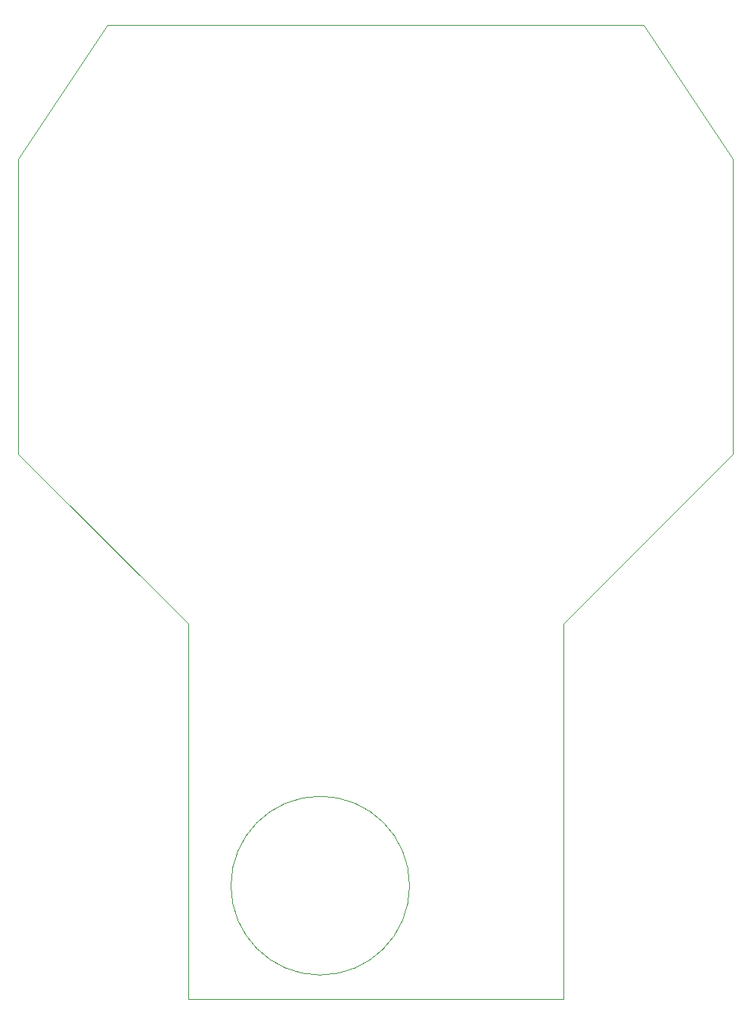
<source format=gbr>
G04 #@! TF.GenerationSoftware,KiCad,Pcbnew,(6.0.8)*
G04 #@! TF.CreationDate,2022-10-28T20:08:31+09:00*
G04 #@! TF.ProjectId,ORION_boost_v2,4f52494f-4e5f-4626-9f6f-73745f76322e,rev?*
G04 #@! TF.SameCoordinates,Original*
G04 #@! TF.FileFunction,Profile,NP*
%FSLAX46Y46*%
G04 Gerber Fmt 4.6, Leading zero omitted, Abs format (unit mm)*
G04 Created by KiCad (PCBNEW (6.0.8)) date 2022-10-28 20:08:31*
%MOMM*%
%LPD*%
G01*
G04 APERTURE LIST*
G04 #@! TA.AperFunction,Profile*
%ADD10C,0.100000*%
G04 #@! TD*
G04 APERTURE END LIST*
D10*
X104000000Y-117000000D02*
X85000000Y-98000000D01*
X165000000Y-65000000D02*
X165000000Y-98000000D01*
X95000000Y-50000000D02*
X155000000Y-50000000D01*
X165000000Y-98000000D02*
X146000000Y-117000000D01*
X85000000Y-65000000D02*
X95000000Y-50000000D01*
X155000000Y-50000000D02*
X165000000Y-65000000D01*
X146000000Y-159000000D02*
X146000000Y-117000000D01*
X104000000Y-117000000D02*
X104000000Y-159000000D01*
X85000000Y-98000000D02*
X85000000Y-65000000D01*
X104000000Y-159000000D02*
X146000000Y-159000000D01*
X128800000Y-146300000D02*
G75*
G03*
X128800000Y-146300000I-10000000J0D01*
G01*
M02*

</source>
